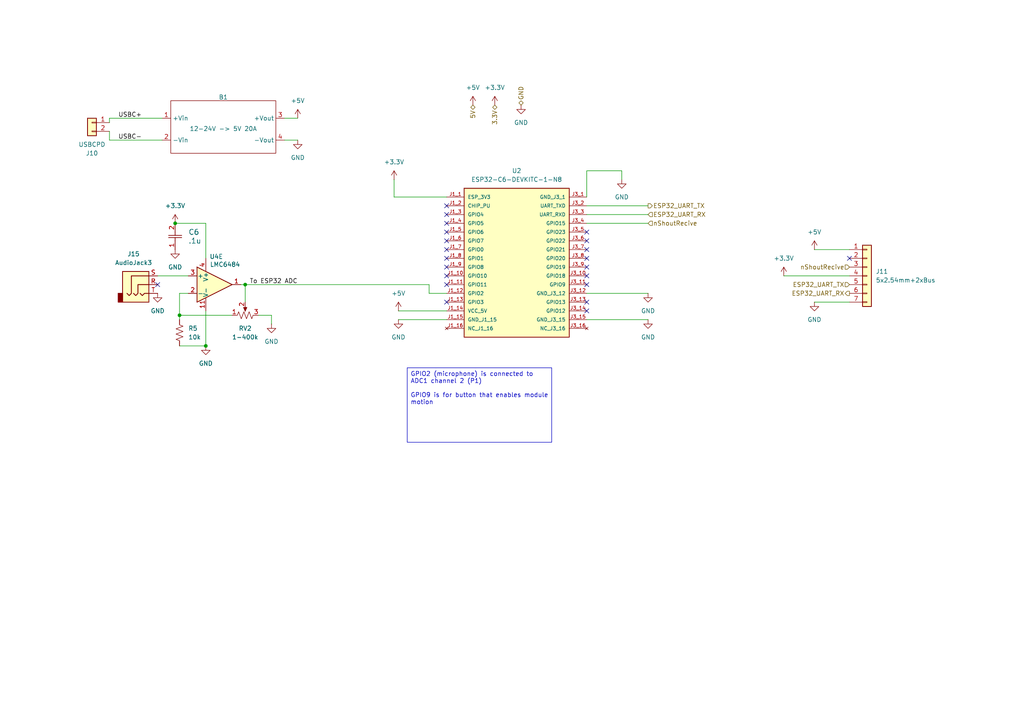
<source format=kicad_sch>
(kicad_sch (version 20250114) (generator "eeschema") (generator_version "9.0")
  (paper "A4")
  (title_block (title "Control Board") (date "2025-11-21") (rev "1") (company "WPI") (comment 1 "ECE 2799 T1") (comment 2 "Rev 1: AAC"))
  (lib_symbols
    (symbol "Amplifier_Operational:LMC6484" (pin_names (offset 0.127))
      (property "Reference" "U" (at 0 5.08 0))
      (property "Value" "LMC6484" (at 0 -5.08 0))
      (symbol "LMC6484_1_1"
        (polyline (pts (xy -5.08 5.08) (xy 5.08 0) (xy -5.08 -5.08) (xy -5.08 5.08)) (stroke (width 0.254)) (fill (type background)))
        (pin input line (at -7.62 2.54 0) (length 2.54) (name "+") (number "3"))
        (pin input line (at -7.62 -2.54 0) (length 2.54) (name "-") (number "2"))
        (pin output line (at 7.62 0 180) (length 2.54) (name "~") (number "1"))
      )
      (symbol "LMC6484_2_1"
        (polyline (pts (xy -5.08 5.08) (xy 5.08 0) (xy -5.08 -5.08) (xy -5.08 5.08)) (stroke (width 0.254)) (fill (type background)))
        (pin input line (at -7.62 2.54 0) (length 2.54) (name "+") (number "5"))
        (pin input line (at -7.62 -2.54 0) (length 2.54) (name "-") (number "6"))
        (pin output line (at 7.62 0 180) (length 2.54) (name "~") (number "7"))
      )
      (symbol "LMC6484_3_1"
        (polyline (pts (xy -5.08 5.08) (xy 5.08 0) (xy -5.08 -5.08) (xy -5.08 5.08)) (stroke (width 0.254)) (fill (type background)))
        (pin input line (at -7.62 2.54 0) (length 2.54) (name "+") (number "10"))
        (pin input line (at -7.62 -2.54 0) (length 2.54) (name "-") (number "9"))
        (pin output line (at 7.62 0 180) (length 2.54) (name "~") (number "8"))
      )
      (symbol "LMC6484_4_1"
        (polyline (pts (xy -5.08 5.08) (xy 5.08 0) (xy -5.08 -5.08) (xy -5.08 5.08)) (stroke (width 0.254)) (fill (type background)))
        (pin input line (at -7.62 2.54 0) (length 2.54) (name "+") (number "12"))
        (pin input line (at -7.62 -2.54 0) (length 2.54) (name "-") (number "13"))
        (pin output line (at 7.62 0 180) (length 2.54) (name "~") (number "14"))
      )
      (symbol "LMC6484_5_1"
        (pin power_in line (at -2.54 7.62 270) (length 3.81) (name "V+") (number "4"))
        (pin power_in line (at -2.54 -7.62 90) (length 3.81) (name "V-") (number "11"))
      )
    )
    (symbol "Connector_Audio:AudioJack3"
      (property "Reference" "J" (at 0 8.89 0))
      (property "Value" "AudioJack3" (at 0 6.35 0))
      (symbol "AudioJack3_0_1"
        (rectangle (start -5.08 -5.08) (end -6.35 -2.54) (stroke (width 0.254)) (fill (type outline)))
        (polyline (pts (xy -1.905 -2.54) (xy -1.27 -3.175) (xy -0.635 -2.54) (xy -0.635 0) (xy 2.54 0)) (stroke (width 0.254)))
        (polyline (pts (xy 0 -2.54) (xy 0.635 -3.175) (xy 1.27 -2.54) (xy 2.54 -2.54)) (stroke (width 0.254)))
        (rectangle (start 2.54 3.81) (end -5.08 -5.08) (stroke (width 0.254)) (fill (type background)))
        (polyline (pts (xy 2.54 2.54) (xy -2.54 2.54) (xy -2.54 -2.54) (xy -3.175 -3.175) (xy -3.81 -2.54)) (stroke (width 0.254)))
      )
      (symbol "AudioJack3_1_1"
        (pin passive line (at 5.08 2.54 180) (length 2.54) (name "~") (number "S"))
        (pin passive line (at 5.08 0 180) (length 2.54) (name "~") (number "R"))
        (pin passive line (at 5.08 -2.54 180) (length 2.54) (name "~") (number "T"))
      )
    )
    (symbol "Connector_Generic:Conn_01x02" (pin_names (offset 1.016) (hide yes))
      (property "Reference" "J" (at 0 2.54 0))
      (property "Value" "Conn_01x02" (at 0 -5.08 0))
      (symbol "Conn_01x02_1_1"
        (rectangle (start -1.27 1.27) (end 1.27 -3.81) (stroke (width 0.254)) (fill (type background)))
        (rectangle (start -1.27 0.127) (end 0 -0.127) (stroke (width 0.1524)))
        (rectangle (start -1.27 -2.413) (end 0 -2.667) (stroke (width 0.1524)))
        (pin passive line (at -5.08 0 0) (length 3.81) (name "Pin_1") (number "1"))
        (pin passive line (at -5.08 -2.54 0) (length 3.81) (name "Pin_2") (number "2"))
      )
    )
    (symbol "Connector_Generic:Conn_01x07" (pin_names (offset 1.016) (hide yes))
      (property "Reference" "J" (at 0 10.16 0))
      (property "Value" "Conn_01x07" (at 0 -10.16 0))
      (symbol "Conn_01x07_1_1"
        (rectangle (start -1.27 8.89) (end 1.27 -8.89) (stroke (width 0.254)) (fill (type background)))
        (rectangle (start -1.27 7.747) (end 0 7.493) (stroke (width 0.1524)))
        (rectangle (start -1.27 5.207) (end 0 4.953) (stroke (width 0.1524)))
        (rectangle (start -1.27 2.667) (end 0 2.413) (stroke (width 0.1524)))
        (rectangle (start -1.27 0.127) (end 0 -0.127) (stroke (width 0.1524)))
        (rectangle (start -1.27 -2.413) (end 0 -2.667) (stroke (width 0.1524)))
        (rectangle (start -1.27 -4.953) (end 0 -5.207) (stroke (width 0.1524)))
        (rectangle (start -1.27 -7.493) (end 0 -7.747) (stroke (width 0.1524)))
        (pin passive line (at -5.08 7.62 0) (length 3.81) (name "Pin_1") (number "1"))
        (pin passive line (at -5.08 5.08 0) (length 3.81) (name "Pin_2") (number "2"))
        (pin passive line (at -5.08 2.54 0) (length 3.81) (name "Pin_3") (number "3"))
        (pin passive line (at -5.08 0 0) (length 3.81) (name "Pin_4") (number "4"))
        (pin passive line (at -5.08 -2.54 0) (length 3.81) (name "Pin_5") (number "5"))
        (pin passive line (at -5.08 -5.08 0) (length 3.81) (name "Pin_6") (number "6"))
        (pin passive line (at -5.08 -7.62 0) (length 3.81) (name "Pin_7") (number "7"))
      )
    )
    (symbol "Device:R_Potentiometer_US" (pin_names (offset 1.016) (hide yes))
      (property "Reference" "RV" (at -4.445 0 90))
      (property "Value" "R_Potentiometer_US" (at -2.54 0 90))
      (symbol "R_Potentiometer_US_0_1"
        (polyline (pts (xy 0 2.54) (xy 0 2.286)))
        (polyline (pts (xy 0 2.286) (xy 1.016 1.905) (xy 0 1.524) (xy -1.016 1.143) (xy 0 0.762)))
        (polyline (pts (xy 0 0.762) (xy 1.016 0.381) (xy 0 0) (xy -1.016 -0.381) (xy 0 -0.762)))
        (polyline (pts (xy 0 -0.762) (xy 1.016 -1.143) (xy 0 -1.524) (xy -1.016 -1.905) (xy 0 -2.286)))
        (polyline (pts (xy 0 -2.286) (xy 0 -2.54)))
        (polyline (pts (xy 1.143 0) (xy 2.286 0.508) (xy 2.286 -0.508) (xy 1.143 0)) (fill (type outline)))
        (polyline (pts (xy 2.54 0) (xy 1.524 0)))
      )
      (symbol "R_Potentiometer_US_1_1"
        (pin passive line (at 0 3.81 270) (length 1.27) (name "1") (number "1"))
        (pin passive line (at 0 -3.81 90) (length 1.27) (name "3") (number "3"))
        (pin passive line (at 3.81 0 180) (length 1.27) (name "2") (number "2"))
      )
    )
    (symbol "Device:R_US" (pin_numbers (hide yes)) (pin_names (offset 0))
      (property "Reference" "R" (at 2.54 0 90))
      (property "Value" "R_US" (at -2.54 0 90))
      (symbol "R_US_0_1"
        (polyline (pts (xy 0 2.286) (xy 0 2.54)))
        (polyline (pts (xy 0 2.286) (xy 1.016 1.905) (xy 0 1.524) (xy -1.016 1.143) (xy 0 0.762)))
        (polyline (pts (xy 0 0.762) (xy 1.016 0.381) (xy 0 0) (xy -1.016 -0.381) (xy 0 -0.762)))
        (polyline (pts (xy 0 -0.762) (xy 1.016 -1.143) (xy 0 -1.524) (xy -1.016 -1.905) (xy 0 -2.286)))
        (polyline (pts (xy 0 -2.286) (xy 0 -2.54)))
      )
      (symbol "R_US_1_1"
        (pin passive line (at 0 3.81 270) (length 1.27) (name "~") (number "1"))
        (pin passive line (at 0 -3.81 90) (length 1.27) (name "~") (number "2"))
      )
    )
    (symbol "power:+3.3V" (power) (pin_numbers (hide yes)) (pin_names (offset 0) (hide yes))
      (property "Value" "+3.3V" (at 0 3.556 0))
      (symbol "+3.3V_0_1"
        (polyline (pts (xy -0.762 1.27) (xy 0 2.54)))
        (polyline (pts (xy 0 2.54) (xy 0.762 1.27)))
        (polyline (pts (xy 0 0) (xy 0 2.54)))
      )
      (symbol "+3.3V_1_1"
        (pin power_in line (at 0 0 90) (length 0) (name "~") (number "1"))
      )
    )
    (symbol "power:+5V" (power) (pin_numbers (hide yes)) (pin_names (offset 0) (hide yes))
      (property "Value" "+5V" (at 0 3.556 0))
      (symbol "+5V_0_1"
        (polyline (pts (xy -0.762 1.27) (xy 0 2.54)))
        (polyline (pts (xy 0 2.54) (xy 0.762 1.27)))
        (polyline (pts (xy 0 0) (xy 0 2.54)))
      )
      (symbol "+5V_1_1"
        (pin power_in line (at 0 0 90) (length 0) (name "~") (number "1"))
      )
    )
    (symbol "power:GND" (power) (pin_numbers (hide yes)) (pin_names (offset 0) (hide yes))
      (property "Value" "GND" (at 0 -3.81 0))
      (symbol "GND_0_1"
        (polyline (pts (xy 0 0) (xy 0 -1.27) (xy 1.27 -1.27) (xy 0 -2.54) (xy -1.27 -1.27) (xy 0 -1.27)))
      )
      (symbol "GND_1_1"
        (pin power_in line (at 0 0 270) (length 0) (name "~") (number "1"))
      )
    )
    (symbol "roseActuatorLibrary:Buck"
      (property "Reference" "B" (at 0 0 0))
      (symbol "Buck_0_1"
        (rectangle (start -15.24 7.62) (end 15.24 -7.62))
      )
      (symbol "Buck_1_1"
        (pin input line (at -17.78 2.54 0) (length 2.54) (name "+Vin") (number "1"))
        (pin input line (at -17.78 -3.81 0) (length 2.54) (name "-Vin") (number "2"))
        (pin input line (at 17.78 2.54 180) (length 2.54) (name "+Vout") (number "3"))
        (pin input line (at 17.78 -3.81 180) (length 2.54) (name "-Vout") (number "4"))
      )
    )
    (symbol "roseActuatorLibrary:C0805C104J5RACTU" (pin_names (offset 0.254))
      (property "Reference" "C" (at 3.81 3.81 0))
      (property "Value" "C0805C104J5RACTU" (at 3.81 -3.81 0))
      (symbol "C0805C104J5RACTU_1_1"
        (polyline (pts (xy 2.54 0) (xy 3.4798 0)) (stroke (width 0.2032)))
        (polyline (pts (xy 3.4798 -1.905) (xy 3.4798 1.905)) (stroke (width 0.2032)))
        (polyline (pts (xy 4.1148 0) (xy 5.08 0)) (stroke (width 0.2032)))
        (polyline (pts (xy 4.1148 -1.905) (xy 4.1148 1.905)) (stroke (width 0.2032)))
        (pin unspecified line (at 0 0 0) (length 2.54) (name "") (number "1"))
        (pin unspecified line (at 7.62 0 180) (length 2.54) (name "") (number "2"))
      )
      (symbol "C0805C104J5RACTU_1_2"
        (polyline (pts (xy -1.905 -3.4798) (xy 1.905 -3.4798)) (stroke (width 0.2032)))
        (polyline (pts (xy -1.905 -4.1148) (xy 1.905 -4.1148)) (stroke (width 0.2032)))
        (polyline (pts (xy 0 -2.54) (xy 0 -3.4798)) (stroke (width 0.2032)))
        (polyline (pts (xy 0 -4.1148) (xy 0 -5.08)) (stroke (width 0.2032)))
        (pin unspecified line (at 0 0 270) (length 2.54) (name "") (number "1"))
        (pin unspecified line (at 0 -7.62 90) (length 2.54) (name "") (number "2"))
      )
    )
    (symbol "roseActuatorLibrary:ESP32-C6-DEVKITC-1-N8" (pin_names (offset 1.016))
      (property "Reference" "U" (at -15.24 23.622 0))
      (property "Value" "ESP32-C6-DEVKITC-1-N8" (at -15.24 -22.86 0))
      (symbol "ESP32-C6-DEVKITC-1-N8_0_0"
        (rectangle (start -15.24 -20.32) (end 15.24 22.86) (stroke (width 0.254)) (fill (type background)))
        (pin power_in line (at -20.32 20.32 0) (length 5.08) (name "ESP_3V3") (number "J1_1"))
        (pin input line (at -20.32 17.78 0) (length 5.08) (name "CHIP_PU") (number "J1_2"))
        (pin bidirectional line (at -20.32 15.24 0) (length 5.08) (name "GPIO4") (number "J1_3"))
        (pin bidirectional line (at -20.32 12.7 0) (length 5.08) (name "GPIO5") (number "J1_4"))
        (pin bidirectional line (at -20.32 10.16 0) (length 5.08) (name "GPIO6") (number "J1_5"))
        (pin bidirectional line (at -20.32 7.62 0) (length 5.08) (name "GPIO7") (number "J1_6"))
        (pin bidirectional line (at -20.32 5.08 0) (length 5.08) (name "GPIO0") (number "J1_7"))
        (pin bidirectional line (at -20.32 2.54 0) (length 5.08) (name "GPIO1") (number "J1_8"))
        (pin bidirectional line (at -20.32 0 0) (length 5.08) (name "GPIO8") (number "J1_9"))
        (pin bidirectional line (at -20.32 -2.54 0) (length 5.08) (name "GPIO10") (number "J1_10"))
        (pin bidirectional line (at -20.32 -5.08 0) (length 5.08) (name "GPIO11") (number "J1_11"))
        (pin bidirectional line (at -20.32 -7.62 0) (length 5.08) (name "GPIO2") (number "J1_12"))
        (pin bidirectional line (at -20.32 -10.16 0) (length 5.08) (name "GPIO3") (number "J1_13"))
        (pin power_in line (at -20.32 -12.7 0) (length 5.08) (name "VCC_5V") (number "J1_14"))
        (pin power_in line (at -20.32 -15.24 0) (length 5.08) (name "GND_J1_15") (number "J1_15"))
        (pin no_connect line (at -20.32 -17.78 0) (length 5.08) (name "NC_J1_16") (number "J1_16"))
        (pin power_in line (at 20.32 20.32 180) (length 5.08) (name "GND_J3_1") (number "J3_1"))
        (pin bidirectional line (at 20.32 17.78 180) (length 5.08) (name "UART_TXD") (number "J3_2"))
        (pin bidirectional line (at 20.32 15.24 180) (length 5.08) (name "UART_RXD") (number "J3_3"))
        (pin bidirectional line (at 20.32 12.7 180) (length 5.08) (name "GPIO15") (number "J3_4"))
        (pin bidirectional line (at 20.32 10.16 180) (length 5.08) (name "GPIO23") (number "J3_5"))
        (pin bidirectional line (at 20.32 7.62 180) (length 5.08) (name "GPIO22") (number "J3_6"))
        (pin bidirectional line (at 20.32 5.08 180) (length 5.08) (name "GPIO21") (number "J3_7"))
        (pin bidirectional line (at 20.32 2.54 180) (length 5.08) (name "GPIO20") (number "J3_8"))
        (pin bidirectional line (at 20.32 0 180) (length 5.08) (name "GPIO19") (number "J3_9"))
        (pin bidirectional line (at 20.32 -2.54 180) (length 5.08) (name "GPIO18") (number "J3_10"))
        (pin bidirectional line (at 20.32 -5.08 180) (length 5.08) (name "GPIO9") (number "J3_11"))
        (pin power_in line (at 20.32 -7.62 180) (length 5.08) (name "GND_J3_12") (number "J3_12"))
        (pin bidirectional line (at 20.32 -10.16 180) (length 5.08) (name "GPIO13") (number "J3_13"))
        (pin bidirectional line (at 20.32 -12.7 180) (length 5.08) (name "GPIO12") (number "J3_14"))
        (pin power_in line (at 20.32 -15.24 180) (length 5.08) (name "GND_J3_15") (number "J3_15"))
        (pin no_connect line (at 20.32 -17.78 180) (length 5.08) (name "NC_J3_16") (number "J3_16"))
      )
    )
  )
  (text_box "GPIO2 (microphone) is connected to ADC1 channel 2 (P1)\n\nGPIO9 is for button that enables module motion" (at 118.11 106.68 0) (size 41.91 21.59) (margins 0.9525 0.9525 0.9525 0.9525) (effects (font (size 1.27 1.27)) (justify left top)))
  (junction (at 59.69 100.33))
  (junction (at 50.8 64.77))
  (junction (at 52.07 91.44))
  (junction (at 71.12 82.55))
  (no_connect (at 129.54 62.23))
  (no_connect (at 129.54 87.63))
  (no_connect (at 246.38 74.93))
  (no_connect (at 129.54 69.85))
  (no_connect (at 170.18 67.31))
  (no_connect (at 129.54 59.69))
  (no_connect (at 45.72 82.55))
  (no_connect (at 129.54 64.77))
  (no_connect (at 129.54 67.31))
  (no_connect (at 170.18 90.17))
  (no_connect (at 129.54 77.47))
  (no_connect (at 170.18 80.01))
  (no_connect (at 170.18 72.39))
  (no_connect (at 129.54 80.01))
  (no_connect (at 129.54 82.55))
  (no_connect (at 170.18 77.47))
  (no_connect (at 170.18 74.93))
  (no_connect (at 170.18 87.63))
  (no_connect (at 170.18 69.85))
  (no_connect (at 129.54 72.39))
  (no_connect (at 129.54 74.93))
  (no_connect (at 170.18 82.55))
  (wire (pts (xy 170.18 59.69) (xy 187.96 59.69)))
  (wire (pts (xy 31.75 40.64) (xy 46.99 40.64)))
  (wire (pts (xy 31.75 38.1) (xy 31.75 40.64)))
  (wire (pts (xy 52.07 85.09) (xy 54.61 85.09)))
  (wire (pts (xy 129.54 85.09) (xy 124.46 85.09)))
  (wire (pts (xy 129.54 57.15) (xy 114.3 57.15)))
  (wire (pts (xy 170.18 57.15) (xy 170.18 49.53)))
  (wire (pts (xy 59.69 90.17) (xy 59.69 100.33)))
  (wire (pts (xy 52.07 100.33) (xy 59.69 100.33)))
  (wire (pts (xy 31.75 34.29) (xy 31.75 35.56)))
  (wire (pts (xy 59.69 64.77) (xy 59.69 74.93)))
  (wire (pts (xy 236.22 87.63) (xy 246.38 87.63)))
  (wire (pts (xy 115.57 90.17) (xy 129.54 90.17)))
  (wire (pts (xy 52.07 91.44) (xy 67.31 91.44)))
  (wire (pts (xy 170.18 92.71) (xy 187.96 92.71)))
  (wire (pts (xy 170.18 64.77) (xy 187.96 64.77)))
  (wire (pts (xy 170.18 49.53) (xy 180.34 49.53)))
  (wire (pts (xy 86.36 40.64) (xy 82.55 40.64)))
  (wire (pts (xy 71.12 82.55) (xy 124.46 82.55)))
  (wire (pts (xy 52.07 85.09) (xy 52.07 91.44)))
  (wire (pts (xy 45.72 80.01) (xy 54.61 80.01)))
  (wire (pts (xy 86.36 34.29) (xy 82.55 34.29)))
  (wire (pts (xy 170.18 62.23) (xy 187.96 62.23)))
  (wire (pts (xy 74.93 91.44) (xy 78.74 91.44)))
  (wire (pts (xy 71.12 82.55) (xy 71.12 87.63)))
  (wire (pts (xy 59.69 64.77) (xy 50.8 64.77)))
  (wire (pts (xy 227.33 80.01) (xy 246.38 80.01)))
  (wire (pts (xy 114.3 57.15) (xy 114.3 52.07)))
  (wire (pts (xy 124.46 82.55) (xy 124.46 85.09)))
  (wire (pts (xy 46.99 34.29) (xy 31.75 34.29)))
  (wire (pts (xy 236.22 72.39) (xy 246.38 72.39)))
  (wire (pts (xy 69.85 82.55) (xy 71.12 82.55)))
  (wire (pts (xy 115.57 92.71) (xy 129.54 92.71)))
  (wire (pts (xy 180.34 49.53) (xy 180.34 52.07)))
  (wire (pts (xy 52.07 91.44) (xy 52.07 92.71)))
  (wire (pts (xy 170.18 85.09) (xy 187.96 85.09)))
  (wire (pts (xy 78.74 91.44) (xy 78.74 93.98)))
  (label "USBC+" (at 34.29 34.29 0))
  (label "USBC-" (at 34.29 40.64 0))
  (label "To ESP32 ADC" (at 72.39 82.55 0))
  (hierarchical_label "ESP32_UART_RX" (shape output) (at 246.38 85.09 180))
  (hierarchical_label "ESP32_UART_TX" (shape output) (at 187.96 59.69 0))
  (hierarchical_label "3.3V" (shape bidirectional) (at 143.51 30.48 270))
  (hierarchical_label "5V" (shape bidirectional) (at 137.16 30.48 270))
  (hierarchical_label "nShoutRecive" (shape input) (at 187.96 64.77 0))
  (hierarchical_label "ESP32_UART_TX" (shape input) (at 246.38 82.55 180))
  (hierarchical_label "nShoutRecive" (shape input) (at 246.38 77.47 180))
  (hierarchical_label "ESP32_UART_RX" (shape input) (at 187.96 62.23 0))
  (hierarchical_label "GND" (shape bidirectional) (at 151.13 30.48 90))
  (symbol (lib_id "power:GND") (at 45.72 85.09 0) (unit 1)
    (property "Reference" "#PWR037" (effects (hide yes)))
    (property "Value" "GND" (at 45.72 90.17 0))
    (property "Description" "Power symbol creates a global label with name \"GND\" , ground" (effects (hide yes)))
  )
  (symbol (lib_id "power:+3.3V") (at 114.3 52.07 0) (unit 1)
    (property "Reference" "#PWR023" (effects (hide yes)))
    (property "Value" "+3.3V" (at 114.3 46.99 0))
    (property "Description" "Power symbol creates a global label with name \"+3.3V\"" (effects (hide yes)))
  )
  (symbol (lib_id "power:+5V") (at 115.57 90.17 0) (unit 1)
    (property "Reference" "#PWR031" (effects (hide yes)))
    (property "Value" "+5V" (at 115.57 85.09 0))
    (property "Description" "Power symbol creates a global label with name \"+5V\"" (effects (hide yes)))
  )
  (symbol (lib_id "roseActuatorLibrary:Buck") (at 64.77 36.83 0) (unit 1)
    (property "Reference" "B1" (at 64.77 28.194 0))
    (property "Value" "12-24V -> 5V 20A" (at 64.77 37.338 0))
  )
  (symbol (lib_id "power:GND") (at 115.57 92.71 0) (unit 1)
    (property "Reference" "#PWR033" (effects (hide yes)))
    (property "Value" "GND" (at 115.57 97.79 0))
    (property "Description" "Power symbol creates a global label with name \"GND\" , ground" (effects (hide yes)))
  )
  (symbol (lib_id "Amplifier_Operational:LMC6484") (at 62.23 82.55 0) (unit 5)
    (property "Reference" "U4" (at 62.738 74.422 0))
    (property "Value" "LMC6484" (effects (hide yes)))
    (property "Footprint" "Rose Actuator Library:DIP254P762X508-14" (effects (hide yes)))
    (property "Datasheet" "http://www.ti.com/lit/ds/symlink/lmc6484.pdf" (effects (hide yes)))
    (property "Description" "Quad CMOS Rail-to-Rail Input and Output Operational Amplifier, DIP-14/SOIC-14" (effects (hide yes)))
  )
  (symbol (lib_id "power:+3.3V") (at 143.51 30.48 0) (unit 1)
    (property "Reference" "#PWR019" (effects (hide yes)))
    (property "Value" "+3.3V" (at 143.51 25.4 0))
    (property "Description" "Power symbol creates a global label with name \"+3.3V\"" (effects (hide yes)))
  )
  (symbol (lib_id "power:GND") (at 86.36 40.64 0) (unit 1)
    (property "Reference" "#PWR022" (effects (hide yes)))
    (property "Value" "GND" (at 86.36 45.72 0))
    (property "Description" "Power symbol creates a global label with name \"GND\" , ground" (effects (hide yes)))
  )
  (symbol (lib_id "power:GND") (at 151.13 30.48 0) (unit 1)
    (property "Reference" "#PWR020" (effects (hide yes)))
    (property "Value" "GND" (at 151.13 35.56 0))
    (property "Description" "Power symbol creates a global label with name \"GND\" , ground" (effects (hide yes)))
  )
  (symbol (lib_id "Connector_Generic:Conn_01x02") (at 26.67 35.56 0) (mirror y) (unit 1)
    (property "Reference" "J10" (at 26.67 44.45 0))
    (property "Value" "USBCPD" (at 26.67 41.91 0))
    (property "Description" "Generic connector, single row, 01x02, script generated (kicad-library-utils/schlib/autogen/connector/)" (effects (hide yes)))
  )
  (symbol (lib_id "Amplifier_Operational:LMC6484") (at 62.23 82.55 0) (unit 1)
    (property "Reference" "U4" (effects (hide yes)))
    (property "Value" "LMC6484" (at 65.278 76.708 0))
    (property "Footprint" "Rose Actuator Library:DIP254P762X508-14" (effects (hide yes)))
    (property "Datasheet" "http://www.ti.com/lit/ds/symlink/lmc6484.pdf" (effects (hide yes)))
    (property "Description" "Quad CMOS Rail-to-Rail Input and Output Operational Amplifier, DIP-14/SOIC-14" (effects (hide yes)))
  )
  (symbol (lib_id "power:+5V") (at 86.36 34.29 0) (unit 1)
    (property "Reference" "#PWR021" (effects (hide yes)))
    (property "Value" "+5V" (at 86.36 29.21 0))
    (property "Description" "Power symbol creates a global label with name \"+5V\"" (effects (hide yes)))
  )
  (symbol (lib_id "power:+5V") (at 236.22 72.39 0) (unit 1)
    (property "Reference" "#PWR025" (effects (hide yes)))
    (property "Value" "+5V" (at 236.22 67.31 0))
    (property "Description" "Power symbol creates a global label with name \"+5V\"" (effects (hide yes)))
  )
  (symbol (lib_id "roseActuatorLibrary:ESP32-C6-DEVKITC-1-N8") (at 149.86 77.47 0) (unit 1)
    (property "Reference" "U2" (at 149.86 49.53 0))
    (property "Value" "ESP32-C6-DEVKITC-1-N8" (at 149.86 52.07 0))
    (property "Footprint" "Rose Actuator Library:MODULE_ESP32-C6-DEVKITC-1-N8" (effects (hide yes)))
    (property "PARTREV" "1.3" (effects (hide yes)))
    (property "STANDARD" "Manufacturer Recommendations" (effects (hide yes)))
    (property "MANUFACTURER" "Espressif Systems" (effects (hide yes)))
  )
  (symbol (lib_id "power:GND") (at 187.96 92.71 0) (unit 1)
    (property "Reference" "#PWR034" (effects (hide yes)))
    (property "Value" "GND" (at 187.96 97.79 0))
    (property "Description" "Power symbol creates a global label with name \"GND\" , ground" (effects (hide yes)))
  )
  (symbol (lib_id "power:GND") (at 50.8 72.39 0) (unit 1)
    (property "Reference" "#PWR041" (effects (hide yes)))
    (property "Value" "GND" (at 50.8 77.47 0))
    (property "Description" "Power symbol creates a global label with name \"GND\" , ground" (effects (hide yes)))
  )
  (symbol (lib_id "Connector_Audio:AudioJack3") (at 40.64 82.55 0) (unit 1)
    (property "Reference" "J15" (at 38.735 73.66 0))
    (property "Value" "AudioJack3" (at 38.735 76.2 0))
    (property "Description" "Audio Jack, 3 Poles (Stereo / TRS)" (effects (hide yes)))
  )
  (symbol (lib_id "power:GND") (at 59.69 100.33 0) (unit 1)
    (property "Reference" "#PWR038" (effects (hide yes)))
    (property "Value" "GND" (at 59.69 105.41 0))
    (property "Description" "Power symbol creates a global label with name \"GND\" , ground" (effects (hide yes)))
  )
  (symbol (lib_id "power:+3.3V") (at 227.33 80.01 0) (unit 1)
    (property "Reference" "#PWR027" (effects (hide yes)))
    (property "Value" "+3.3V" (at 227.33 74.93 0))
    (property "Description" "Power symbol creates a global label with name \"+3.3V\"" (effects (hide yes)))
  )
  (symbol (lib_id "power:+3.3V") (at 50.8 64.77 0) (unit 1)
    (property "Reference" "#PWR040" (effects (hide yes)))
    (property "Value" "+3.3V" (at 50.8 59.69 0))
    (property "Description" "Power symbol creates a global label with name \"+3.3V\"" (effects (hide yes)))
  )
  (symbol (lib_id "power:GND") (at 236.22 87.63 0) (unit 1)
    (property "Reference" "#PWR030" (effects (hide yes)))
    (property "Value" "GND" (at 236.22 92.71 0))
    (property "Description" "Power symbol creates a global label with name \"GND\" , ground" (effects (hide yes)))
  )
  (symbol (lib_id "Device:R_Potentiometer_US") (at 71.12 91.44 90) (unit 1)
    (property "Reference" "RV2" (at 71.12 95.25 90))
    (property "Value" "1-400k" (at 71.12 97.79 90))
    (property "Description" "Potentiometer, US symbol" (effects (hide yes)))
  )
  (symbol (lib_id "power:GND") (at 180.34 52.07 0) (unit 1)
    (property "Reference" "#PWR024" (effects (hide yes)))
    (property "Value" "GND" (at 180.34 57.15 0))
    (property "Description" "Power symbol creates a global label with name \"GND\" , ground" (effects (hide yes)))
  )
  (symbol (lib_id "power:+5V") (at 137.16 30.48 0) (unit 1)
    (property "Reference" "#PWR018" (effects (hide yes)))
    (property "Value" "+5V" (at 137.16 25.4 0))
    (property "Description" "Power symbol creates a global label with name \"+5V\"" (effects (hide yes)))
  )
  (symbol (lib_id "power:GND") (at 187.96 85.09 0) (unit 1)
    (property "Reference" "#PWR029" (effects (hide yes)))
    (property "Value" "GND" (at 187.96 90.17 0))
    (property "Description" "Power symbol creates a global label with name \"GND\" , ground" (effects (hide yes)))
  )
  (symbol (lib_id "roseActuatorLibrary:C0805C104J5RACTU") (at 50.8 72.39 90) (unit 1)
    (property "Reference" "C6" (at 54.61 67.3099 90) (effects (font (size 1.524 1.524)) (justify right)))
    (property "Value" ".1u" (at 54.61 69.8499 90) (effects (font (size 1.524 1.524)) (justify right)))
    (property "Footprint" "Capacitor_SMD:C_0805_2012Metric_Pad1.18x1.45mm_HandSolder" (effects (hide yes)))
    (property "Datasheet" "https://content.kemet.com/datasheets/KEM_C1002_X7R_SMD.pdf" (effects (hide yes)))
  )
  (symbol (lib_id "Device:R_US") (at 52.07 96.52 0) (unit 1)
    (property "Reference" "R5" (at 54.61 95.2499 0) (effects (justify left)))
    (property "Value" "10k" (at 54.61 97.7899 0) (effects (justify left)))
    (property "Footprint" "Resistor_SMD:R_1206_3216Metric_Pad1.30x1.75mm_HandSolder" (effects (hide yes)))
    (property "Description" "Resistor, US symbol" (effects (hide yes)))
  )
  (symbol (lib_id "power:GND") (at 78.74 93.98 0) (unit 1)
    (property "Reference" "#PWR039" (effects (hide yes)))
    (property "Value" "GND" (at 78.74 99.06 0))
    (property "Description" "Power symbol creates a global label with name \"GND\" , ground" (effects (hide yes)))
  )
  (symbol (lib_id "Connector_Generic:Conn_01x07") (at 251.46 80.01 0) (unit 1)
    (property "Reference" "J11" (at 254 78.7399 0) (effects (justify left)))
    (property "Value" "5x2.54mm+2xBus" (at 254 81.2799 0) (effects (justify left)))
    (property "Footprint" "Rose Actuator Library:InterModuleConnectorMside" (effects (hide yes)))
    (property "Description" "Generic connector, single row, 01x07, script generated (kicad-library-utils/schlib/autogen/connector/)" (effects (hide yes)))
  )
)
</source>
